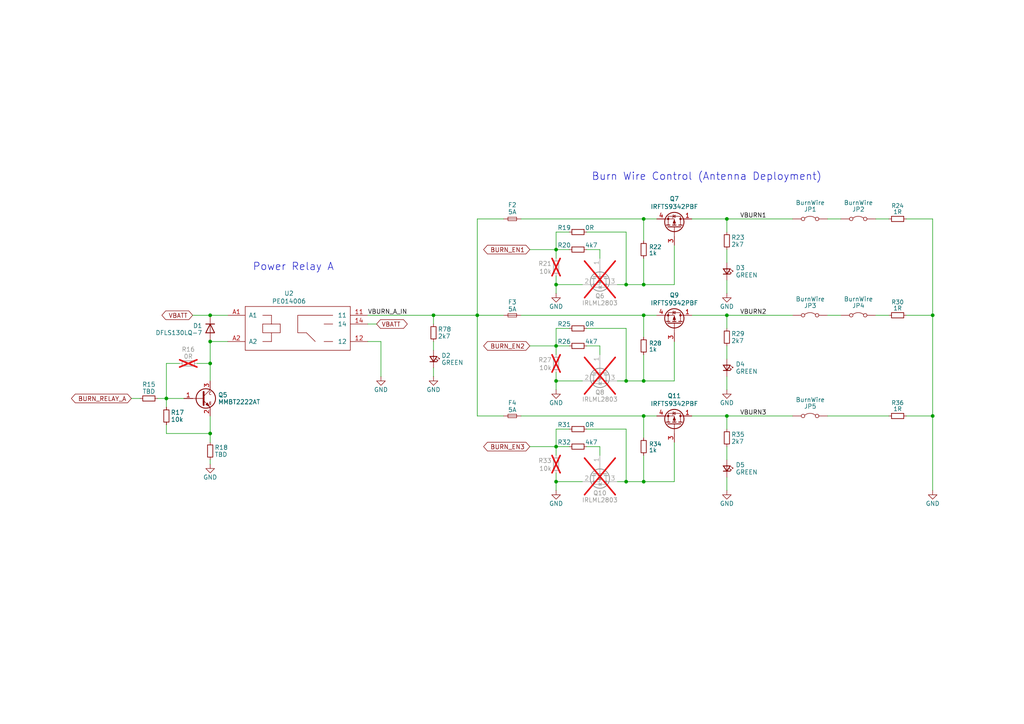
<source format=kicad_sch>
(kicad_sch (version 20250114) (generator "eeschema") (generator_version "9.0")
  (paper "A4")
  (title_block (title "Argus -Z Panel") (date "2025-06-23") (rev "Rev 5.0") (company "N. Khera") (comment 1 "V. Rajesh") (comment 2 "A. Sahay"))
  (lib_symbols
    (symbol "Argus-IC:IRLML2803" (pin_names (hide yes))
      (property "Reference" "Q23" (at 2.54 1.27 0))
      (property "Value" "IRLML2803" (at 2.54 -1.27 0))
      (symbol "IRLML2803_0_1"
        (polyline (pts (xy -2.286 1.905) (xy -2.286 -1.905)) (stroke (width 0.254)))
        (polyline (pts (xy -2.286 0) (xy -5.08 0)))
        (polyline (pts (xy -1.778 2.286) (xy -1.778 1.27)) (stroke (width 0.254)))
        (polyline (pts (xy -1.778 0.508) (xy -1.778 -0.508)) (stroke (width 0.254)))
        (polyline (pts (xy -1.778 -1.27) (xy -1.778 -2.286)) (stroke (width 0.254)))
        (polyline (pts (xy -1.778 -1.778) (xy 0.762 -1.778) (xy 0.762 1.778) (xy -1.778 1.778)))
        (polyline (pts (xy -1.524 0) (xy -0.508 0.381) (xy -0.508 -0.381) (xy -1.524 0)) (fill (type outline)))
        (circle (center -0.889 0) (radius 2.794) (stroke (width 0.254)))
        (polyline (pts (xy 0 2.54) (xy 0 1.778)))
        (circle (center 0 1.778) (radius 0.254) (fill (type outline)))
        (circle (center 0 -1.778) (radius 0.254) (fill (type outline)))
        (polyline (pts (xy 0 -2.54) (xy 0 0) (xy -1.778 0)))
        (polyline (pts (xy 0.254 0.508) (xy 0.381 0.381) (xy 1.143 0.381) (xy 1.27 0.254)))
        (polyline (pts (xy 0.762 0.381) (xy 0.381 -0.254) (xy 1.143 -0.254) (xy 0.762 0.381)))
      )
      (symbol "IRLML2803_1_1"
        (pin input line (at -7.62 0 0) (length 2.54) (name "G") (number "1"))
        (pin passive line (at 0 5.08 270) (length 2.54) (name "D") (number "3"))
        (pin passive line (at 0 -5.08 90) (length 2.54) (name "S") (number "2"))
      )
    )
    (symbol "Device:D" (pin_numbers (hide yes)) (pin_names (offset 1.016) (hide yes))
      (property "Reference" "D" (at 0 2.54 0))
      (property "Value" "D" (at 0 -2.54 0))
      (symbol "D_0_1"
        (polyline (pts (xy -1.27 1.27) (xy -1.27 -1.27)) (stroke (width 0.254)))
        (polyline (pts (xy 1.27 1.27) (xy 1.27 -1.27) (xy -1.27 0) (xy 1.27 1.27)) (stroke (width 0.254)))
        (polyline (pts (xy 1.27 0) (xy -1.27 0)))
      )
      (symbol "D_1_1"
        (pin passive line (at -3.81 0 0) (length 2.54) (name "K") (number "1"))
        (pin passive line (at 3.81 0 180) (length 2.54) (name "A") (number "2"))
      )
    )
    (symbol "Device:Fuse_Small" (pin_numbers (hide yes)) (pin_names (offset 0.254) (hide yes))
      (property "Reference" "F" (at 0 -1.524 0))
      (property "Value" "Fuse_Small" (at 0 1.524 0))
      (symbol "Fuse_Small_0_1"
        (rectangle (start -1.27 0.508) (end 1.27 -0.508))
        (polyline (pts (xy -1.27 0) (xy 1.27 0)))
      )
      (symbol "Fuse_Small_1_1"
        (pin passive line (at -2.54 0 0) (length 1.27) (name "~") (number "1"))
        (pin passive line (at 2.54 0 180) (length 1.27) (name "~") (number "2"))
      )
    )
    (symbol "Device:LED_Small" (pin_numbers (hide yes)) (pin_names (offset 0.254) (hide yes))
      (property "Reference" "D" (at -1.27 3.175 0))
      (property "Value" "LED_Small" (at -4.445 -2.54 0))
      (symbol "LED_Small_0_1"
        (polyline (pts (xy -0.762 -1.016) (xy -0.762 1.016)) (stroke (width 0.254)))
        (polyline (pts (xy 0 0.762) (xy -0.508 1.27) (xy -0.254 1.27) (xy -0.508 1.27) (xy -0.508 1.016)))
        (polyline (pts (xy 0.508 1.27) (xy 0 1.778) (xy 0.254 1.778) (xy 0 1.778) (xy 0 1.524)))
        (polyline (pts (xy 0.762 -1.016) (xy -0.762 0) (xy 0.762 1.016) (xy 0.762 -1.016)) (stroke (width 0.254)))
        (polyline (pts (xy 1.016 0) (xy -0.762 0)))
      )
      (symbol "LED_Small_1_1"
        (pin passive line (at -2.54 0 0) (length 1.778) (name "K") (number "1"))
        (pin passive line (at 2.54 0 180) (length 1.778) (name "A") (number "2"))
      )
    )
    (symbol "Device:R_Small" (pin_numbers (hide yes)) (pin_names (offset 0.254) (hide yes))
      (property "Reference" "R" (at 0.762 0.508 0))
      (property "Value" "R_Small" (at 0.762 -1.016 0))
      (symbol "R_Small_0_1"
        (rectangle (start -0.762 1.778) (end 0.762 -1.778) (stroke (width 0.2032)))
      )
      (symbol "R_Small_1_1"
        (pin passive line (at 0 2.54 270) (length 0.762) (name "~") (number "1"))
        (pin passive line (at 0 -2.54 90) (length 0.762) (name "~") (number "2"))
      )
    )
    (symbol "Jumper:Jumper_2_Bridged" (pin_numbers (hide yes)) (pin_names (offset 0) (hide yes)) (exclude_from_sim yes)
      (property "Reference" "JP" (at 0 1.905 0))
      (property "Value" "Jumper_2_Bridged" (at 0 -2.54 0))
      (symbol "Jumper_2_Bridged_0_0"
        (circle (center -2.032 0) (radius 0.508))
        (circle (center 2.032 0) (radius 0.508))
      )
      (symbol "Jumper_2_Bridged_0_1"
        (arc (start -1.524 0.254) (mid 0 0.762) (end 1.524 0.254))
      )
      (symbol "Jumper_2_Bridged_1_1"
        (pin passive line (at -5.08 0 0) (length 2.54) (name "A") (number "1"))
        (pin passive line (at 5.08 0 180) (length 2.54) (name "B") (number "2"))
      )
    )
    (symbol "R_Small_1" (pin_numbers (hide yes)) (pin_names (offset 0.254) (hide yes))
      (property "Reference" "R" (at 0 0 90))
      (property "Value" "R_Small" (at 1.778 0 90))
      (symbol "R_Small_1_0_1"
        (rectangle (start -0.762 1.778) (end 0.762 -1.778) (stroke (width 0.2032)))
      )
      (symbol "R_Small_1_1_1"
        (pin passive line (at 0 2.54 270) (length 0.762) (name "~") (number "1"))
        (pin passive line (at 0 -2.54 90) (length 0.762) (name "~") (number "2"))
      )
    )
    (symbol "R_Small_3" (pin_numbers (hide yes)) (pin_names (offset 0.254) (hide yes))
      (property "Reference" "R" (at 0 0 90))
      (property "Value" "R_Small" (at 1.778 0 90))
      (symbol "R_Small_3_0_1"
        (rectangle (start -0.762 1.778) (end 0.762 -1.778) (stroke (width 0.2032)))
      )
      (symbol "R_Small_3_1_1"
        (pin passive line (at 0 2.54 270) (length 0.762) (name "~") (number "1"))
        (pin passive line (at 0 -2.54 90) (length 0.762) (name "~") (number "2"))
      )
    )
    (symbol "Transistor_FET:IRFTS9342PBF" (pin_names (hide yes))
      (property "Reference" "Q" (at 5.08 1.905 0))
      (property "Value" "IRFTS9342PBF" (at 5.08 0 0))
      (symbol "IRFTS9342PBF_0_1"
        (polyline (pts (xy 0.254 1.905) (xy 0.254 -1.905)) (stroke (width 0.254)))
        (polyline (pts (xy 0.254 0) (xy -2.54 0)))
        (polyline (pts (xy 0.762 2.286) (xy 0.762 1.27)) (stroke (width 0.254)))
        (polyline (pts (xy 0.762 1.778) (xy 3.302 1.778) (xy 3.302 -1.778) (xy 0.762 -1.778)))
        (polyline (pts (xy 0.762 0.508) (xy 0.762 -0.508)) (stroke (width 0.254)))
        (polyline (pts (xy 0.762 -1.27) (xy 0.762 -2.286)) (stroke (width 0.254)))
        (circle (center 1.651 0) (radius 2.794) (stroke (width 0.254)))
        (polyline (pts (xy 2.286 0) (xy 1.27 0.381) (xy 1.27 -0.381) (xy 2.286 0)) (fill (type outline)))
        (polyline (pts (xy 2.54 2.54) (xy 2.54 1.778)))
        (circle (center 2.54 1.778) (radius 0.254) (fill (type outline)))
        (circle (center 2.54 -1.778) (radius 0.254) (fill (type outline)))
        (polyline (pts (xy 2.54 -2.54) (xy 2.54 0) (xy 0.762 0)))
        (polyline (pts (xy 2.794 -0.508) (xy 2.921 -0.381) (xy 3.683 -0.381) (xy 3.81 -0.254)))
        (polyline (pts (xy 3.302 -0.381) (xy 2.921 0.254) (xy 3.683 0.254) (xy 3.302 -0.381)))
      )
      (symbol "IRFTS9342PBF_1_1"
        (pin input line (at -5.08 0 0) (length 2.54) (name "G") (number "3"))
        (pin passive line (at 2.54 5.08 270) (length 2.54) (name "D") (number "1"))
        (pin passive line (at 2.54 5.08 270) (length 2.54) (hide yes) (name "D") (number "2"))
        (pin passive line (at 2.54 5.08 270) (length 2.54) (hide yes) (name "D") (number "5"))
        (pin passive line (at 2.54 5.08 270) (length 2.54) (hide yes) (name "D") (number "6"))
        (pin passive line (at 2.54 -5.08 90) (length 2.54) (name "S") (number "4"))
      )
    )
    (symbol "mainboard:MMBT2222AT" (pin_names (offset 1.016) (hide yes))
      (property "Reference" "Q" (at -8.89 3.81 0))
      (property "Value" "MMBT2222AT" (at 2.54 -1.27 0))
      (symbol "MMBT2222AT_0_1"
        (polyline (pts (xy -5.08 0) (xy -1.905 0)))
        (polyline (pts (xy -0.127 -1.016) (xy 0.254 -1.016)))
        (polyline (pts (xy -0.127 -1.016) (xy -0.127 -1.778) (xy 0.254 -1.778)))
        (polyline (pts (xy -0.127 -1.397) (xy 0.254 -1.397)))
        (polyline (pts (xy 0.254 1.905) (xy -0.127 1.905) (xy -0.254 1.651) (xy -0.254 1.397) (xy -0.127 1.143) (xy 0.254 1.143)))
      )
      (symbol "MMBT2222AT_1_1"
        (polyline (pts (xy -1.905 1.905) (xy -1.905 -1.905) (xy -1.905 -1.905)) (stroke (width 0.508)))
        (polyline (pts (xy -1.905 0.635) (xy 0 2.54)))
        (polyline (pts (xy -1.905 -0.635) (xy 0 -2.54) (xy 0 -2.54)))
        (circle (center -1.27 0) (radius 2.8194) (stroke (width 0.254)))
        (polyline (pts (xy -1.27 -1.778) (xy -0.762 -1.27) (xy -0.254 -2.286) (xy -1.27 -1.778) (xy -1.27 -1.778)) (fill (type outline)))
        (pin input line (at -7.62 0 0) (length 2.54) (name "B") (number "1"))
        (pin passive line (at 0 5.08 270) (length 2.54) (name "C") (number "3"))
        (pin passive line (at 0 -5.08 90) (length 2.54) (name "E") (number "2"))
      )
    )
    (symbol "mainboard:PE014005" (pin_names (offset 1.016))
      (property "Reference" "U2" (at 0 8.89 0))
      (property "Value" "PE014006" (at 0 6.604 0))
      (symbol "PE014005_1_0"
        (polyline (pts (xy -12.7 5.08) (xy -12.7 -7.62)))
        (polyline (pts (xy -12.7 -7.62) (xy 17.78 -7.62)))
        (polyline (pts (xy -7.62 2.54) (xy -5.08 2.54)))
        (polyline (pts (xy -7.62 0) (xy -5.08 0)))
        (polyline (pts (xy -7.62 -2.54) (xy -7.62 0)))
        (polyline (pts (xy -5.08 2.54) (xy -5.08 0)))
        (polyline (pts (xy -5.08 0) (xy -2.54 0)))
        (polyline (pts (xy -5.08 -2.54) (xy -7.62 -2.54)))
        (polyline (pts (xy -5.08 -2.54) (xy -5.08 -5.08)))
        (polyline (pts (xy -5.08 -5.08) (xy -7.62 -5.08)))
        (polyline (pts (xy -2.54 0) (xy -2.54 -2.54)))
        (polyline (pts (xy -2.54 -2.54) (xy -5.08 -2.54)))
        (polyline (pts (xy 2.54 2.54) (xy 2.54 -2.54)))
        (polyline (pts (xy 2.54 -2.54) (xy 5.08 -2.54)))
        (polyline (pts (xy 5.08 -2.54) (xy 7.62 -5.08)))
        (polyline (pts (xy 12.7 2.54) (xy 2.54 2.54)))
        (polyline (pts (xy 12.7 0) (xy 10.16 0)))
        (polyline (pts (xy 12.7 -5.08) (xy 10.16 -5.08)))
        (polyline (pts (xy 17.78 5.08) (xy -12.7 5.08)))
        (polyline (pts (xy 17.78 -7.62) (xy 17.78 5.08)))
        (pin passive line (at -17.78 2.54 0) (length 5.08) (name "A1") (number "A1"))
        (pin passive line (at -17.78 -5.08 0) (length 5.08) (name "A2") (number "A2"))
        (pin passive line (at 22.86 2.54 180) (length 5.08) (name "11") (number "11"))
        (pin passive line (at 22.86 0 180) (length 5.08) (name "14") (number "14"))
        (pin passive line (at 22.86 -5.08 180) (length 5.08) (name "12") (number "12"))
      )
    )
    (symbol "power:GND" (power) (pin_numbers (hide yes)) (pin_names (offset 0) (hide yes))
      (property "Value" "GND" (at 0 -3.81 0))
      (symbol "GND_0_1"
        (polyline (pts (xy 0 0) (xy 0 -1.27) (xy 1.27 -1.27) (xy 0 -2.54) (xy -1.27 -1.27) (xy 0 -1.27)))
      )
      (symbol "GND_1_1"
        (pin power_in line (at 0 0 270) (length 0) (name "~") (number "1"))
      )
    )
  )
  (text "Burn Wire Control (Antenna Deployment)" (at 204.978 52.578 0) (effects (font (size 2.159 2.159)) (justify bottom)))
  (text "Power Relay A" (at 85.09 77.47 0) (effects (font (size 2.159 2.159))))
  (junction (at 181.61 139.7))
  (junction (at 181.61 110.49))
  (junction (at 210.82 91.44))
  (junction (at 161.29 129.54))
  (junction (at 60.96 105.41))
  (junction (at 181.61 82.55))
  (junction (at 186.69 91.44))
  (junction (at 270.51 91.44))
  (junction (at 161.29 110.49))
  (junction (at 60.96 99.06))
  (junction (at 60.96 91.44))
  (junction (at 161.29 139.7))
  (junction (at 270.51 120.65))
  (junction (at 210.82 120.65))
  (junction (at 186.69 63.5))
  (junction (at 138.43 91.44))
  (junction (at 210.82 63.5))
  (junction (at 161.29 72.39))
  (junction (at 161.29 100.33))
  (junction (at 60.96 125.73))
  (junction (at 186.69 139.7))
  (junction (at 48.26 115.57))
  (junction (at 186.69 110.49))
  (junction (at 125.73 91.44))
  (junction (at 186.69 82.55))
  (junction (at 161.29 82.55))
  (junction (at 186.69 120.65))
  (wire (pts (xy 200.66 120.65) (xy 210.82 120.65)))
  (wire (pts (xy 181.61 110.49) (xy 179.07 110.49)))
  (wire (pts (xy 161.29 107.95) (xy 161.29 110.49)))
  (wire (pts (xy 60.96 128.27) (xy 60.96 125.73)))
  (wire (pts (xy 195.58 82.55) (xy 195.58 71.12)))
  (wire (pts (xy 240.03 120.65) (xy 257.81 120.65)))
  (wire (pts (xy 38.1 115.57) (xy 40.64 115.57)))
  (wire (pts (xy 106.68 91.44) (xy 125.73 91.44)))
  (wire (pts (xy 109.22 93.98) (xy 106.68 93.98)))
  (wire (pts (xy 200.66 63.5) (xy 210.82 63.5)))
  (wire (pts (xy 161.29 100.33) (xy 161.29 102.87)))
  (wire (pts (xy 48.26 115.57) (xy 48.26 105.41)))
  (wire (pts (xy 125.73 99.06) (xy 125.73 101.6)))
  (wire (pts (xy 181.61 139.7) (xy 179.07 139.7)))
  (wire (pts (xy 161.29 72.39) (xy 161.29 74.93)))
  (wire (pts (xy 240.03 91.44) (xy 243.84 91.44)))
  (wire (pts (xy 161.29 82.55) (xy 168.91 82.55)))
  (wire (pts (xy 186.69 110.49) (xy 195.58 110.49)))
  (wire (pts (xy 181.61 95.25) (xy 181.61 110.49)))
  (wire (pts (xy 186.69 139.7) (xy 195.58 139.7)))
  (wire (pts (xy 181.61 124.46) (xy 181.61 139.7)))
  (wire (pts (xy 161.29 95.25) (xy 161.29 100.33)))
  (wire (pts (xy 186.69 82.55) (xy 195.58 82.55)))
  (wire (pts (xy 170.18 95.25) (xy 181.61 95.25)))
  (wire (pts (xy 210.82 129.54) (xy 210.82 133.35)))
  (wire (pts (xy 170.18 100.33) (xy 173.99 100.33)))
  (wire (pts (xy 210.82 91.44) (xy 229.87 91.44)))
  (wire (pts (xy 161.29 100.33) (xy 165.1 100.33)))
  (wire (pts (xy 181.61 82.55) (xy 186.69 82.55)))
  (wire (pts (xy 138.43 91.44) (xy 146.05 91.44)))
  (wire (pts (xy 181.61 67.31) (xy 181.61 82.55)))
  (wire (pts (xy 161.29 67.31) (xy 161.29 72.39)))
  (wire (pts (xy 161.29 67.31) (xy 165.1 67.31)))
  (wire (pts (xy 48.26 105.41) (xy 52.07 105.41)))
  (wire (pts (xy 186.69 120.65) (xy 186.69 127)))
  (wire (pts (xy 181.61 110.49) (xy 186.69 110.49)))
  (wire (pts (xy 270.51 63.5) (xy 270.51 91.44)))
  (wire (pts (xy 60.96 134.62) (xy 60.96 133.35)))
  (wire (pts (xy 200.66 91.44) (xy 210.82 91.44)))
  (wire (pts (xy 210.82 120.65) (xy 229.87 120.65)))
  (wire (pts (xy 161.29 110.49) (xy 161.29 113.03)))
  (wire (pts (xy 110.49 99.06) (xy 110.49 109.22)))
  (wire (pts (xy 210.82 72.39) (xy 210.82 76.2)))
  (wire (pts (xy 57.15 105.41) (xy 60.96 105.41)))
  (wire (pts (xy 270.51 142.24) (xy 270.51 120.65)))
  (wire (pts (xy 173.99 72.39) (xy 173.99 74.93)))
  (wire (pts (xy 161.29 139.7) (xy 168.91 139.7)))
  (wire (pts (xy 195.58 110.49) (xy 195.58 99.06)))
  (wire (pts (xy 161.29 129.54) (xy 165.1 129.54)))
  (wire (pts (xy 254 91.44) (xy 257.81 91.44)))
  (wire (pts (xy 151.13 120.65) (xy 186.69 120.65)))
  (wire (pts (xy 161.29 139.7) (xy 161.29 142.24)))
  (wire (pts (xy 153.67 100.33) (xy 161.29 100.33)))
  (wire (pts (xy 60.96 91.44) (xy 66.04 91.44)))
  (wire (pts (xy 106.68 99.06) (xy 110.49 99.06)))
  (wire (pts (xy 210.82 63.5) (xy 210.82 67.31)))
  (wire (pts (xy 138.43 91.44) (xy 138.43 120.65)))
  (wire (pts (xy 60.96 99.06) (xy 60.96 105.41)))
  (wire (pts (xy 186.69 74.93) (xy 186.69 82.55)))
  (wire (pts (xy 170.18 67.31) (xy 181.61 67.31)))
  (wire (pts (xy 173.99 129.54) (xy 173.99 132.08)))
  (wire (pts (xy 210.82 81.28) (xy 210.82 85.09)))
  (wire (pts (xy 270.51 63.5) (xy 262.89 63.5)))
  (wire (pts (xy 186.69 132.08) (xy 186.69 139.7)))
  (wire (pts (xy 186.69 91.44) (xy 186.69 97.79)))
  (wire (pts (xy 48.26 123.19) (xy 48.26 125.73)))
  (wire (pts (xy 153.67 72.39) (xy 161.29 72.39)))
  (wire (pts (xy 153.67 129.54) (xy 161.29 129.54)))
  (wire (pts (xy 125.73 91.44) (xy 138.43 91.44)))
  (wire (pts (xy 161.29 82.55) (xy 161.29 85.09)))
  (wire (pts (xy 181.61 139.7) (xy 186.69 139.7)))
  (wire (pts (xy 60.96 105.41) (xy 60.96 110.49)))
  (wire (pts (xy 186.69 120.65) (xy 190.5 120.65)))
  (wire (pts (xy 161.29 110.49) (xy 168.91 110.49)))
  (wire (pts (xy 60.96 99.06) (xy 66.04 99.06)))
  (wire (pts (xy 210.82 91.44) (xy 210.82 95.25)))
  (wire (pts (xy 151.13 91.44) (xy 186.69 91.44)))
  (wire (pts (xy 48.26 115.57) (xy 48.26 118.11)))
  (wire (pts (xy 240.03 63.5) (xy 243.84 63.5)))
  (wire (pts (xy 210.82 142.24) (xy 210.82 138.43)))
  (wire (pts (xy 48.26 115.57) (xy 53.34 115.57)))
  (wire (pts (xy 173.99 100.33) (xy 173.99 102.87)))
  (wire (pts (xy 161.29 124.46) (xy 161.29 129.54)))
  (wire (pts (xy 161.29 95.25) (xy 165.1 95.25)))
  (wire (pts (xy 210.82 120.65) (xy 210.82 124.46)))
  (wire (pts (xy 60.96 125.73) (xy 60.96 120.65)))
  (wire (pts (xy 138.43 63.5) (xy 146.05 63.5)))
  (wire (pts (xy 195.58 139.7) (xy 195.58 128.27)))
  (wire (pts (xy 55.88 91.44) (xy 60.96 91.44)))
  (wire (pts (xy 254 63.5) (xy 257.81 63.5)))
  (wire (pts (xy 170.18 72.39) (xy 173.99 72.39)))
  (wire (pts (xy 45.72 115.57) (xy 48.26 115.57)))
  (wire (pts (xy 186.69 91.44) (xy 190.5 91.44)))
  (wire (pts (xy 125.73 91.44) (xy 125.73 93.98)))
  (wire (pts (xy 186.69 63.5) (xy 186.69 69.85)))
  (wire (pts (xy 161.29 129.54) (xy 161.29 132.08)))
  (wire (pts (xy 186.69 102.87) (xy 186.69 110.49)))
  (wire (pts (xy 48.26 125.73) (xy 60.96 125.73)))
  (wire (pts (xy 262.89 120.65) (xy 270.51 120.65)))
  (wire (pts (xy 181.61 82.55) (xy 179.07 82.55)))
  (wire (pts (xy 161.29 72.39) (xy 165.1 72.39)))
  (wire (pts (xy 170.18 124.46) (xy 181.61 124.46)))
  (wire (pts (xy 161.29 80.01) (xy 161.29 82.55)))
  (wire (pts (xy 138.43 120.65) (xy 146.05 120.65)))
  (wire (pts (xy 138.43 63.5) (xy 138.43 91.44)))
  (wire (pts (xy 210.82 100.33) (xy 210.82 104.14)))
  (wire (pts (xy 210.82 63.5) (xy 229.87 63.5)))
  (wire (pts (xy 161.29 124.46) (xy 165.1 124.46)))
  (wire (pts (xy 161.29 137.16) (xy 161.29 139.7)))
  (wire (pts (xy 210.82 109.22) (xy 210.82 113.03)))
  (wire (pts (xy 262.89 91.44) (xy 270.51 91.44)))
  (wire (pts (xy 170.18 129.54) (xy 173.99 129.54)))
  (wire (pts (xy 125.73 106.68) (xy 125.73 109.22)))
  (wire (pts (xy 270.51 91.44) (xy 270.51 120.65)))
  (wire (pts (xy 186.69 63.5) (xy 190.5 63.5)))
  (wire (pts (xy 151.13 63.5) (xy 186.69 63.5)))
  (label "VBURN3" (at 214.63 120.65 0))
  (label "VBURN_A_IN" (at 106.68 91.44 0))
  (label "VBURN2" (at 214.63 91.44 0))
  (label "VBURN1" (at 214.63 63.5 0))
  (global_label "BURN_EN1" (shape bidirectional) (at 153.67 72.39 180) (property "Intersheetrefs" "${INTERSHEET_REFS}" (effects (hide yes))))
  (global_label "BURN_EN3" (shape bidirectional) (at 153.67 129.54 180) (property "Intersheetrefs" "${INTERSHEET_REFS}" (effects (hide yes))))
  (global_label "BURN_EN2" (shape bidirectional) (at 153.67 100.33 180) (property "Intersheetrefs" "${INTERSHEET_REFS}" (effects (hide yes))))
  (global_label "BURN_RELAY_A" (shape bidirectional) (at 38.1 115.57 180) (property "Intersheetrefs" "${INTERSHEET_REFS}" (effects (hide yes))))
  (global_label "VBATT" (shape bidirectional) (at 55.88 91.44 180) (property "Intersheetrefs" "${INTERSHEET_REFS}" (effects (hide yes))))
  (global_label "VBATT" (shape bidirectional) (at 109.22 93.98 0) (property "Intersheetrefs" "${INTERSHEET_REFS}" (effects (hide yes))))
  (symbol (lib_id "mainboard:PE014005") (at 83.82 93.98 0) (unit 1)
    (property "Reference" "U2" (at 83.82 85.09 0))
    (property "Value" "PE014006" (at 83.82 87.376 0))
    (property "Footprint" "Argus-Miscellaneous:RELAY_PE014006" (effects (hide yes)))
    (property "Datasheet" "https://www.te.com/usa-en/product-PE014006.html" (effects (hide yes)))
    (property "Description" "5A 6V SPDT General Purpose Relay" (effects (hide yes)))
    (property "Flight" "PE014006 TE" (effects (hide yes)))
    (property "Manufacturer_Name" "TE Connectivity" (effects (hide yes)))
    (property "Manufacturer_Part_Number" "PE014006 TE" (effects (hide yes)))
    (property "Proto" "TE Connectivity" (effects (hide yes)))
  )
  (symbol (lib_id "Device:LED_Small") (at 210.82 78.74 270) (mirror x) (unit 1)
    (property "Reference" "D3" (at 213.36 76.962 90) (effects (justify left bottom)))
    (property "Value" "GREEN" (at 213.36 80.518 90) (effects (justify left top)))
    (property "Footprint" "LED_SMD:LED_0603_1608Metric" (effects (hide yes)))
    (property "Description" "Light emitting diode, small symbol" (effects (hide yes)))
    (property "DIS" "Digi-Key" (effects (hide yes)))
    (property "DPN" "1830-1064-1-ND" (effects (hide yes)))
    (property "MFR" "Inolux" (effects (hide yes)))
    (property "MPN" "IN-S63AT5A" (effects (hide yes)))
  )
  (symbol (lib_name "R_Small_1") (lib_id "Device:R_Small") (at 54.61 105.41 90) (mirror x) (unit 1) (in_bom no) (dnp yes)
    (property "Reference" "R16" (at 54.61 101.346 90))
    (property "Value" "0R" (at 54.61 103.378 90))
    (property "Footprint" "Resistor_SMD:R_0603_1608Metric" (effects (hide yes)))
    (property "Description" "Resistor, small symbol" (effects (hide yes)))
  )
  (symbol (lib_name "R_Small_3") (lib_id "Device:R_Small") (at 161.29 105.41 0) (unit 1) (in_bom no) (dnp yes)
    (property "Reference" "R27" (at 160.02 104.394 0) (effects (justify right)))
    (property "Value" "10k" (at 160.02 106.68 0) (effects (justify right)))
    (property "Footprint" "Resistor_SMD:R_0603_1608Metric" (effects (hide yes)))
    (property "Description" "Resistor, small symbol" (effects (hide yes)))
  )
  (symbol (lib_id "power:GND") (at 210.82 142.24 0) (mirror y) (unit 1)
    (property "Reference" "#PWR59" (effects (hide yes)))
    (property "Value" "GND" (at 210.82 146.05 0))
    (property "Description" "Power symbol creates a global label with name \"GND\" , ground" (effects (hide yes)))
  )
  (symbol (lib_id "Jumper:Jumper_2_Bridged") (at 248.92 63.5 0) (unit 1)
    (property "Reference" "JP2" (at 247.142 60.706 0) (effects (justify left)))
    (property "Value" "BurnWire" (at 244.729 58.801 0) (effects (justify left)))
    (property "Footprint" "Argus-Miscellaneous:Burn-Wire" (effects (hide yes)))
  )
  (symbol (lib_id "power:GND") (at 210.82 113.03 0) (mirror y) (unit 1)
    (property "Reference" "#PWR58" (effects (hide yes)))
    (property "Value" "GND" (at 210.82 116.84 0))
    (property "Description" "Power symbol creates a global label with name \"GND\" , ground" (effects (hide yes)))
  )
  (symbol (lib_name "R_Small_3") (lib_id "Device:R_Small") (at 167.64 67.31 270) (unit 1)
    (property "Reference" "R19" (at 165.608 66.04 90) (effects (justify right)))
    (property "Value" "0R" (at 169.672 66.04 90) (effects (justify left)))
    (property "Footprint" "Resistor_SMD:R_0603_1608Metric" (effects (hide yes)))
    (property "Description" "Resistor, small symbol" (effects (hide yes)))
  )
  (symbol (lib_id "Transistor_FET:IRFTS9342PBF") (at 195.58 123.19 270) (mirror x) (unit 1)
    (property "Reference" "Q11" (at 195.58 114.808 90))
    (property "Value" "IRFTS9342PBF" (at 195.58 117.094 90))
    (property "Footprint" "Package_SO:TSOP-6_1.65x3.05mm_P0.95mm" (effects (hide yes)))
    (property "Datasheet" "https://www.infineon.com/dgdl/irfts9342pbf.pdf?fileId=5546d462533600a40153563aeabc21f3" (effects (hide yes)))
    (property "Description" "-5.8A Id, -30V Vds, 40mOhm Rds, P-Channel HEXFET Power MOSFET, TSOP-6" (effects (hide yes)))
  )
  (symbol (lib_id "Argus-IC:IRLML2803") (at 173.99 110.49 270) (unit 1) (in_bom no) (dnp yes)
    (property "Reference" "Q8" (at 173.99 113.792 90))
    (property "Value" "IRLML2803" (at 173.99 115.824 90))
    (property "Footprint" "Package_TO_SOT_SMD:SOT-23" (effects (hide yes)))
  )
  (symbol (lib_name "R_Small_3") (lib_id "Device:R_Small") (at 167.64 100.33 270) (unit 1)
    (property "Reference" "R26" (at 165.608 99.06 90) (effects (justify right)))
    (property "Value" "4k7" (at 169.672 99.06 90) (effects (justify left)))
    (property "Footprint" "Resistor_SMD:R_0603_1608Metric" (effects (hide yes)))
    (property "Description" "Resistor, small symbol" (effects (hide yes)))
  )
  (symbol (lib_id "Device:LED_Small") (at 210.82 135.89 270) (mirror x) (unit 1)
    (property "Reference" "D5" (at 213.36 134.112 90) (effects (justify left bottom)))
    (property "Value" "GREEN" (at 213.36 137.668 90) (effects (justify left top)))
    (property "Footprint" "LED_SMD:LED_0603_1608Metric" (effects (hide yes)))
    (property "Description" "Light emitting diode, small symbol" (effects (hide yes)))
    (property "DIS" "Digi-Key" (effects (hide yes)))
    (property "DPN" "1830-1064-1-ND" (effects (hide yes)))
    (property "MFR" "Inolux" (effects (hide yes)))
    (property "MPN" "IN-S63AT5A" (effects (hide yes)))
  )
  (symbol (lib_id "power:GND") (at 270.51 142.24 0) (unit 1)
    (property "Reference" "#PWR032" (effects (hide yes)))
    (property "Value" "GND" (at 270.51 146.05 0))
    (property "Description" "Power symbol creates a global label with name \"GND\" , ground" (effects (hide yes)))
  )
  (symbol (lib_id "Jumper:Jumper_2_Bridged") (at 234.95 91.44 0) (unit 1)
    (property "Reference" "JP3" (at 233.172 88.646 0) (effects (justify left)))
    (property "Value" "BurnWire" (at 230.759 86.741 0) (effects (justify left)))
    (property "Footprint" "Argus-Miscellaneous:Burn-Wire" (effects (hide yes)))
  )
  (symbol (lib_id "Jumper:Jumper_2_Bridged") (at 248.92 91.44 0) (unit 1)
    (property "Reference" "JP4" (at 247.142 88.646 0) (effects (justify left)))
    (property "Value" "BurnWire" (at 244.729 86.741 0) (effects (justify left)))
    (property "Footprint" "Argus-Miscellaneous:Burn-Wire" (effects (hide yes)))
  )
  (symbol (lib_id "Device:R_Small") (at 260.35 63.5 270) (unit 1)
    (property "Reference" "R24" (at 260.35 59.69 90) (effects (font (size 1.2 1.2))))
    (property "Value" "1R" (at 260.35 61.468 90) (effects (font (size 1.2 1.2))))
    (property "Footprint" "Resistor_SMD:R_2512_6332Metric" (effects (hide yes)))
    (property "Description" "Resistor, small symbol" (effects (hide yes)))
  )
  (symbol (lib_id "Device:Fuse_Small") (at 148.59 91.44 0) (mirror y) (unit 1)
    (property "Reference" "F3" (at 148.59 87.63 0))
    (property "Value" "5A" (at 148.59 89.662 0))
    (property "Footprint" "Fuse:Fuse_0603_1608Metric" (effects (hide yes)))
    (property "Description" "Fuse, small symbol" (effects (hide yes)))
  )
  (symbol (lib_name "R_Small_1") (lib_id "Device:R_Small") (at 43.18 115.57 90) (mirror x) (unit 1)
    (property "Reference" "R15" (at 43.18 111.506 90))
    (property "Value" "TBD" (at 43.18 113.538 90))
    (property "Footprint" "Resistor_SMD:R_0603_1608Metric" (effects (hide yes)))
    (property "Description" "Resistor, small symbol" (effects (hide yes)))
  )
  (symbol (lib_id "Device:R_Small") (at 260.35 120.65 270) (unit 1)
    (property "Reference" "R36" (at 260.35 116.84 90) (effects (font (size 1.2 1.2))))
    (property "Value" "1R" (at 260.35 118.618 90) (effects (font (size 1.2 1.2))))
    (property "Footprint" "Resistor_SMD:R_2512_6332Metric" (effects (hide yes)))
    (property "Description" "Resistor, small symbol" (effects (hide yes)))
  )
  (symbol (lib_id "Device:R_Small") (at 210.82 97.79 0) (unit 1)
    (property "Reference" "R29" (at 212.09 97.536 0) (effects (justify left bottom)))
    (property "Value" "2k7" (at 212.09 99.568 0) (effects (justify left bottom)))
    (property "Footprint" "Resistor_SMD:R_0603_1608Metric" (effects (hide yes)))
    (property "Description" "Resistor, small symbol" (effects (hide yes)))
    (property "DIS" "Digi-Key" (effects (hide yes)))
    (property "DPN" "A129693CT-ND" (effects (hide yes)))
    (property "MFR" "TE" (effects (hide yes)))
    (property "MPN" "CRGCQ0603F2K7" (effects (hide yes)))
  )
  (symbol (lib_id "power:GND") (at 161.29 142.24 0) (mirror y) (unit 1)
    (property "Reference" "#PWR065" (effects (hide yes)))
    (property "Value" "GND" (at 161.29 146.05 0))
    (property "Description" "Power symbol creates a global label with name \"GND\" , ground" (effects (hide yes)))
  )
  (symbol (lib_id "Device:R_Small") (at 210.82 69.85 0) (unit 1)
    (property "Reference" "R23" (at 212.09 69.596 0) (effects (justify left bottom)))
    (property "Value" "2k7" (at 212.09 71.628 0) (effects (justify left bottom)))
    (property "Footprint" "Resistor_SMD:R_0603_1608Metric" (effects (hide yes)))
    (property "Description" "Resistor, small symbol" (effects (hide yes)))
    (property "DIS" "Digi-Key" (effects (hide yes)))
    (property "DPN" "A129693CT-ND" (effects (hide yes)))
    (property "MFR" "TE" (effects (hide yes)))
    (property "MPN" "CRGCQ0603F2K7" (effects (hide yes)))
  )
  (symbol (lib_name "R_Small_3") (lib_id "Device:R_Small") (at 167.64 124.46 270) (unit 1)
    (property "Reference" "R31" (at 165.608 123.19 90) (effects (justify right)))
    (property "Value" "0R" (at 169.672 123.19 90) (effects (justify left)))
    (property "Footprint" "Resistor_SMD:R_0603_1608Metric" (effects (hide yes)))
    (property "Description" "Resistor, small symbol" (effects (hide yes)))
  )
  (symbol (lib_name "R_Small_3") (lib_id "Device:R_Small") (at 161.29 134.62 0) (unit 1) (in_bom no) (dnp yes)
    (property "Reference" "R33" (at 160.02 133.604 0) (effects (justify right)))
    (property "Value" "10k" (at 160.02 135.89 0) (effects (justify right)))
    (property "Footprint" "Resistor_SMD:R_0603_1608Metric" (effects (hide yes)))
    (property "Description" "Resistor, small symbol" (effects (hide yes)))
  )
  (symbol (lib_name "R_Small_3") (lib_id "Device:R_Small") (at 161.29 77.47 0) (unit 1) (in_bom no) (dnp yes)
    (property "Reference" "R21" (at 160.02 76.454 0) (effects (justify right)))
    (property "Value" "10k" (at 160.02 78.74 0) (effects (justify right)))
    (property "Footprint" "Resistor_SMD:R_0603_1608Metric" (effects (hide yes)))
    (property "Description" "Resistor, small symbol" (effects (hide yes)))
  )
  (symbol (lib_id "Device:R_Small") (at 186.69 100.33 180) (unit 1)
    (property "Reference" "R28" (at 188.214 99.568 0) (effects (font (size 1.2 1.2)) (justify right)))
    (property "Value" "1k" (at 188.214 101.346 0) (effects (font (size 1.2 1.2)) (justify right)))
    (property "Footprint" "Resistor_SMD:R_0603_1608Metric" (effects (hide yes)))
    (property "Description" "Resistor, small symbol" (effects (hide yes)))
  )
  (symbol (lib_id "Device:R_Small") (at 125.73 96.52 0) (unit 1)
    (property "Reference" "R78" (at 127 95.504 0) (effects (justify left)))
    (property "Value" "2k7" (at 127 97.536 0) (effects (justify left)))
    (property "Footprint" "Resistor_SMD:R_0603_1608Metric" (effects (hide yes)))
    (property "Description" "Resistor, small symbol" (effects (hide yes)))
    (property "DIS" "Digi-Key" (effects (hide yes)))
    (property "DPN" "A129693CT-ND" (effects (hide yes)))
    (property "MFR" "TE" (effects (hide yes)))
    (property "MPN" "CRGCQ0603F2K7" (effects (hide yes)))
  )
  (symbol (lib_id "power:GND") (at 110.49 109.22 0) (mirror y) (unit 1)
    (property "Reference" "#PWR061" (effects (hide yes)))
    (property "Value" "GND" (at 110.49 113.03 0))
    (property "Description" "Power symbol creates a global label with name \"GND\" , ground" (effects (hide yes)))
  )
  (symbol (lib_id "power:GND") (at 161.29 113.03 0) (mirror y) (unit 1)
    (property "Reference" "#PWR064" (effects (hide yes)))
    (property "Value" "GND" (at 161.29 116.84 0))
    (property "Description" "Power symbol creates a global label with name \"GND\" , ground" (effects (hide yes)))
  )
  (symbol (lib_name "R_Small_1") (lib_id "Device:R_Small") (at 60.96 130.81 0) (mirror y) (unit 1)
    (property "Reference" "R18" (at 62.23 129.794 0) (effects (justify right)))
    (property "Value" "TBD" (at 62.23 131.826 0) (effects (justify right)))
    (property "Footprint" "Resistor_SMD:R_0603_1608Metric" (effects (hide yes)))
    (property "Description" "Resistor, small symbol" (effects (hide yes)))
  )
  (symbol (lib_name "R_Small_3") (lib_id "Device:R_Small") (at 167.64 72.39 270) (unit 1)
    (property "Reference" "R20" (at 165.608 71.12 90) (effects (justify right)))
    (property "Value" "4k7" (at 169.672 71.12 90) (effects (justify left)))
    (property "Footprint" "Resistor_SMD:R_0603_1608Metric" (effects (hide yes)))
    (property "Description" "Resistor, small symbol" (effects (hide yes)))
  )
  (symbol (lib_id "Transistor_FET:IRFTS9342PBF") (at 195.58 66.04 270) (mirror x) (unit 1)
    (property "Reference" "Q7" (at 195.58 57.658 90))
    (property "Value" "IRFTS9342PBF" (at 195.58 59.944 90))
    (property "Footprint" "Package_SO:TSOP-6_1.65x3.05mm_P0.95mm" (effects (hide yes)))
    (property "Datasheet" "https://www.infineon.com/dgdl/irfts9342pbf.pdf?fileId=5546d462533600a40153563aeabc21f3" (effects (hide yes)))
    (property "Description" "-5.8A Id, -30V Vds, 40mOhm Rds, P-Channel HEXFET Power MOSFET, TSOP-6" (effects (hide yes)))
  )
  (symbol (lib_name "R_Small_3") (lib_id "Device:R_Small") (at 167.64 129.54 270) (unit 1)
    (property "Reference" "R32" (at 165.608 128.27 90) (effects (justify right)))
    (property "Value" "4k7" (at 169.672 128.27 90) (effects (justify left)))
    (property "Footprint" "Resistor_SMD:R_0603_1608Metric" (effects (hide yes)))
    (property "Description" "Resistor, small symbol" (effects (hide yes)))
  )
  (symbol (lib_id "mainboard:MMBT2222AT") (at 60.96 115.57 0) (unit 1)
    (property "Reference" "Q5" (at 63.246 114.554 0) (effects (justify left)))
    (property "Value" "MMBT2222AT" (at 63.246 116.586 0) (effects (justify left)))
    (property "Footprint" "Package_TO_SOT_SMD:SOT-23" (effects (hide yes)))
    (property "Datasheet" "https://www.onsemi.com/pdf/datasheet/mmbt2222att1-d.pdf" (effects (hide yes)))
    (property "Description" "Single NPN BJT" (effects (hide yes)))
    (property "Flight" "NSVMMBT2222ATT1G" (effects (hide yes)))
    (property "Manufacturer_Name" "ON Semiconductor" (effects (hide yes)))
    (property "Manufacturer_Part_Number" "MMBT2222ALT1G" (effects (hide yes)))
    (property "Proto" "MMBT2222ALT1G" (effects (hide yes)))
  )
  (symbol (lib_id "Device:R_Small") (at 186.69 72.39 180) (unit 1)
    (property "Reference" "R22" (at 188.214 71.628 0) (effects (font (size 1.2 1.2)) (justify right)))
    (property "Value" "1k" (at 188.214 73.406 0) (effects (font (size 1.2 1.2)) (justify right)))
    (property "Footprint" "Resistor_SMD:R_0603_1608Metric" (effects (hide yes)))
    (property "Description" "Resistor, small symbol" (effects (hide yes)))
  )
  (symbol (lib_id "Argus-IC:IRLML2803") (at 173.99 82.55 270) (unit 1) (in_bom no) (dnp yes)
    (property "Reference" "Q6" (at 173.99 85.852 90))
    (property "Value" "IRLML2803" (at 173.99 87.884 90))
    (property "Footprint" "Package_TO_SOT_SMD:SOT-23" (effects (hide yes)))
  )
  (symbol (lib_id "Device:LED_Small") (at 210.82 106.68 270) (mirror x) (unit 1)
    (property "Reference" "D4" (at 213.36 104.902 90) (effects (justify left bottom)))
    (property "Value" "GREEN" (at 213.36 108.458 90) (effects (justify left top)))
    (property "Footprint" "LED_SMD:LED_0603_1608Metric" (effects (hide yes)))
    (property "Description" "Light emitting diode, small symbol" (effects (hide yes)))
    (property "DIS" "Digi-Key" (effects (hide yes)))
    (property "DPN" "1830-1064-1-ND" (effects (hide yes)))
    (property "MFR" "Inolux" (effects (hide yes)))
    (property "MPN" "IN-S63AT5A" (effects (hide yes)))
  )
  (symbol (lib_name "R_Small_3") (lib_id "Device:R_Small") (at 167.64 95.25 270) (unit 1)
    (property "Reference" "R25" (at 165.608 93.98 90) (effects (justify right)))
    (property "Value" "0R" (at 169.672 93.98 90) (effects (justify left)))
    (property "Footprint" "Resistor_SMD:R_0603_1608Metric" (effects (hide yes)))
    (property "Description" "Resistor, small symbol" (effects (hide yes)))
  )
  (symbol (lib_id "Transistor_FET:IRFTS9342PBF") (at 195.58 93.98 270) (mirror x) (unit 1)
    (property "Reference" "Q9" (at 195.58 85.598 90))
    (property "Value" "IRFTS9342PBF" (at 195.58 87.884 90))
    (property "Footprint" "Package_SO:TSOP-6_1.65x3.05mm_P0.95mm" (effects (hide yes)))
    (property "Datasheet" "https://www.infineon.com/dgdl/irfts9342pbf.pdf?fileId=5546d462533600a40153563aeabc21f3" (effects (hide yes)))
    (property "Description" "-5.8A Id, -30V Vds, 40mOhm Rds, P-Channel HEXFET Power MOSFET, TSOP-6" (effects (hide yes)))
  )
  (symbol (lib_id "power:GND") (at 210.82 85.09 0) (mirror y) (unit 1)
    (property "Reference" "#PWR54" (effects (hide yes)))
    (property "Value" "GND" (at 210.82 88.9 0))
    (property "Description" "Power symbol creates a global label with name \"GND\" , ground" (effects (hide yes)))
  )
  (symbol (lib_id "power:GND") (at 60.96 134.62 0) (mirror y) (unit 1)
    (property "Reference" "#PWR060" (effects (hide yes)))
    (property "Value" "GND" (at 60.96 138.43 0))
    (property "Description" "Power symbol creates a global label with name \"GND\" , ground" (effects (hide yes)))
  )
  (symbol (lib_id "Device:Fuse_Small") (at 148.59 120.65 0) (mirror y) (unit 1)
    (property "Reference" "F4" (at 148.59 116.84 0))
    (property "Value" "5A" (at 148.59 118.872 0))
    (property "Footprint" "Fuse:Fuse_0603_1608Metric" (effects (hide yes)))
    (property "Description" "Fuse, small symbol" (effects (hide yes)))
  )
  (symbol (lib_id "Jumper:Jumper_2_Bridged") (at 234.95 63.5 0) (unit 1)
    (property "Reference" "JP1" (at 233.172 60.706 0) (effects (justify left)))
    (property "Value" "BurnWire" (at 230.759 58.801 0) (effects (justify left)))
    (property "Footprint" "Argus-Miscellaneous:Burn-Wire" (effects (hide yes)))
  )
  (symbol (lib_id "power:GND") (at 125.73 109.22 0) (mirror y) (unit 1)
    (property "Reference" "#PWR062" (effects (hide yes)))
    (property "Value" "GND" (at 125.73 113.03 0))
    (property "Description" "Power symbol creates a global label with name \"GND\" , ground" (effects (hide yes)))
  )
  (symbol (lib_id "Device:Fuse_Small") (at 148.59 63.5 0) (mirror y) (unit 1)
    (property "Reference" "F2" (at 148.59 59.436 0))
    (property "Value" "5A" (at 148.59 61.468 0))
    (property "Footprint" "Fuse:Fuse_0603_1608Metric" (effects (hide yes)))
    (property "Description" "Fuse, small symbol" (effects (hide yes)))
  )
  (symbol (lib_name "R_Small_1") (lib_id "Device:R_Small") (at 48.26 120.65 0) (mirror y) (unit 1)
    (property "Reference" "R17" (at 49.53 119.634 0) (effects (justify right)))
    (property "Value" "10k" (at 49.53 121.666 0) (effects (justify right)))
    (property "Footprint" "Resistor_SMD:R_0603_1608Metric" (effects (hide yes)))
    (property "Description" "Resistor, small symbol" (effects (hide yes)))
  )
  (symbol (lib_id "Device:R_Small") (at 186.69 129.54 180) (unit 1)
    (property "Reference" "R34" (at 188.214 128.778 0) (effects (font (size 1.2 1.2)) (justify right)))
    (property "Value" "1k" (at 188.214 130.556 0) (effects (font (size 1.2 1.2)) (justify right)))
    (property "Footprint" "Resistor_SMD:R_0603_1608Metric" (effects (hide yes)))
    (property "Description" "Resistor, small symbol" (effects (hide yes)))
  )
  (symbol (lib_id "Argus-IC:IRLML2803") (at 173.99 139.7 270) (unit 1) (in_bom no) (dnp yes)
    (property "Reference" "Q10" (at 173.99 143.002 90))
    (property "Value" "IRLML2803" (at 173.99 145.034 90))
    (property "Footprint" "Package_TO_SOT_SMD:SOT-23" (effects (hide yes)))
  )
  (symbol (lib_id "Device:R_Small") (at 210.82 127 0) (unit 1)
    (property "Reference" "R35" (at 212.09 126.746 0) (effects (justify left bottom)))
    (property "Value" "2k7" (at 212.09 128.778 0) (effects (justify left bottom)))
    (property "Footprint" "Resistor_SMD:R_0603_1608Metric" (effects (hide yes)))
    (property "Description" "Resistor, small symbol" (effects (hide yes)))
    (property "DIS" "Digi-Key" (effects (hide yes)))
    (property "DPN" "A129693CT-ND" (effects (hide yes)))
    (property "MFR" "TE" (effects (hide yes)))
    (property "MPN" "CRGCQ0603F2K7" (effects (hide yes)))
  )
  (symbol (lib_id "Device:R_Small") (at 260.35 91.44 270) (unit 1)
    (property "Reference" "R30" (at 260.35 87.63 90) (effects (font (size 1.2 1.2))))
    (property "Value" "1R" (at 260.35 89.408 90) (effects (font (size 1.2 1.2))))
    (property "Footprint" "Resistor_SMD:R_2512_6332Metric" (effects (hide yes)))
    (property "Description" "Resistor, small symbol" (effects (hide yes)))
  )
  (symbol (lib_id "Device:D") (at 60.96 95.25 90) (mirror x) (unit 1)
    (property "Reference" "D1" (at 58.674 94.488 90) (effects (justify left)))
    (property "Value" "DFLS130LQ-7" (at 58.674 96.52 90) (effects (justify left)))
    (property "Footprint" "Diode_SMD:D_PowerDI-123" (effects (hide yes)))
    (property "Description" "Diode" (effects (hide yes)))
    (property "Sim.Device" "D" (effects (hide yes)))
    (property "Sim.Pins" "1=K 2=A" (effects (hide yes)))
  )
  (symbol (lib_id "power:GND") (at 161.29 85.09 0) (mirror y) (unit 1)
    (property "Reference" "#PWR063" (effects (hide yes)))
    (property "Value" "GND" (at 161.29 88.9 0))
    (property "Description" "Power symbol creates a global label with name \"GND\" , ground" (effects (hide yes)))
  )
  (symbol (lib_id "Jumper:Jumper_2_Bridged") (at 234.95 120.65 0) (unit 1)
    (property "Reference" "JP5" (at 233.172 117.856 0) (effects (justify left)))
    (property "Value" "BurnWire" (at 230.759 115.951 0) (effects (justify left)))
    (property "Footprint" "Argus-Miscellaneous:Burn-Wire" (effects (hide yes)))
  )
  (symbol (lib_id "Device:LED_Small") (at 125.73 104.14 270) (mirror x) (unit 1)
    (property "Reference" "D2" (at 128.016 103.124 90) (effects (justify left)))
    (property "Value" "GREEN" (at 128.016 105.156 90) (effects (justify left)))
    (property "Footprint" "LED_SMD:LED_0603_1608Metric" (effects (hide yes)))
    (property "Description" "Light emitting diode, small symbol" (effects (hide yes)))
    (property "DIS" "Digi-Key" (effects (hide yes)))
    (property "DPN" "1830-1064-1-ND" (effects (hide yes)))
    (property "MFR" "Inolux" (effects (hide yes)))
    (property "MPN" "IN-S63AT5A" (effects (hide yes)))
  )
)
</source>
